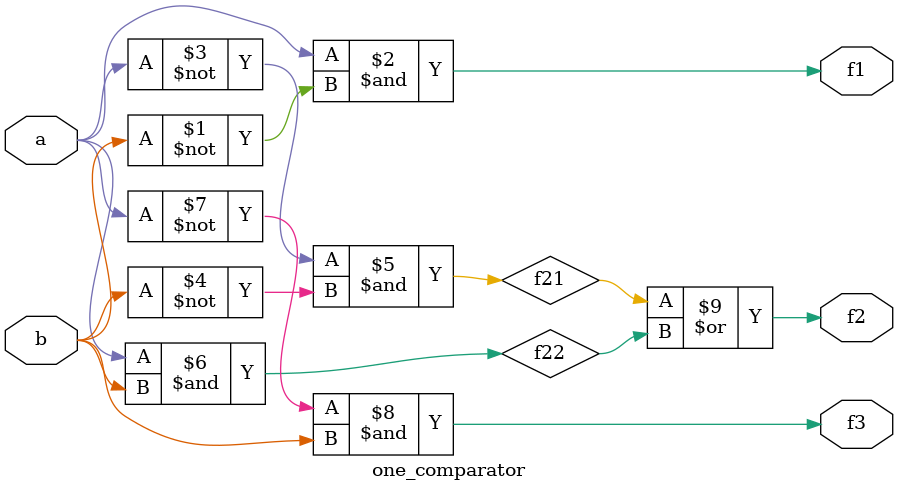
<source format=v>
`timescale 1ns / 1ps


module one_comparator(
    input a,b,
    output f1,f2,f3
    );
    wire f21,f22;
    and
        ua1(f1,a,~b),
        ua2(f21,~a,~b),
        ua3(f22,a,b),
        ua4(f3,~a,b);
    or
        uo1(f2,f21,f22);
endmodule

</source>
